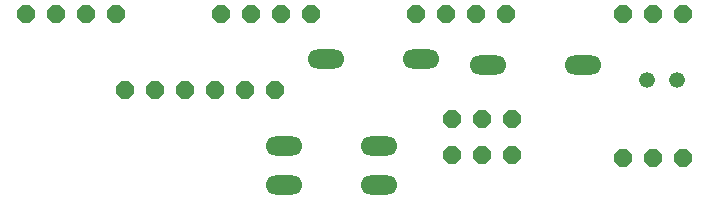
<source format=gbr>
%TF.GenerationSoftware,KiCad,Pcbnew,7.0.5*%
%TF.CreationDate,2023-09-06T09:40:42-04:00*%
%TF.ProjectId,NB1,4e42312e-6b69-4636-9164-5f7063625858,rev?*%
%TF.SameCoordinates,Original*%
%TF.FileFunction,Soldermask,Bot*%
%TF.FilePolarity,Negative*%
%FSLAX46Y46*%
G04 Gerber Fmt 4.6, Leading zero omitted, Abs format (unit mm)*
G04 Created by KiCad (PCBNEW 7.0.5) date 2023-09-06 09:40:42*
%MOMM*%
%LPD*%
G01*
G04 APERTURE LIST*
G04 Aperture macros list*
%AMFreePoly0*
4,1,17,0.324495,0.719901,0.719901,0.324495,0.738500,0.279594,0.738500,-0.279594,0.719901,-0.324495,0.324495,-0.719901,0.279594,-0.738500,-0.279594,-0.738500,-0.324495,-0.719901,-0.719901,-0.324495,-0.738500,-0.279594,-0.738500,0.279594,-0.719901,0.324495,-0.324495,0.719901,-0.279594,0.738500,0.279594,0.738500,0.324495,0.719901,0.324495,0.719901,$1*%
G04 Aperture macros list end*
%ADD10FreePoly0,0.000000*%
%ADD11C,1.327000*%
%ADD12O,3.127000X1.627000*%
G04 APERTURE END LIST*
D10*
%TO.C,U$3*%
X137452100Y-98653600D03*
X139992100Y-98653600D03*
X142532100Y-98653600D03*
X145072100Y-98653600D03*
%TD*%
%TO.C,U$4*%
X153962100Y-98653600D03*
X156502100Y-98653600D03*
X159042100Y-98653600D03*
X161582100Y-98653600D03*
%TD*%
D11*
%TO.C,U$12*%
X173520100Y-104241600D03*
X176060100Y-104241600D03*
%TD*%
D10*
%TO.C,U$2*%
X120942100Y-98653600D03*
X123482100Y-98653600D03*
X126022100Y-98653600D03*
X128562100Y-98653600D03*
%TD*%
%TO.C,U$5*%
X171488100Y-98653600D03*
X174028100Y-98653600D03*
X176568100Y-98653600D03*
%TD*%
%TO.C,U$7*%
X129324100Y-105130600D03*
X131864100Y-105130600D03*
X134404100Y-105130600D03*
X136944100Y-105130600D03*
X139484100Y-105130600D03*
X142024100Y-105130600D03*
%TD*%
%TO.C,U$8*%
X157010100Y-107543600D03*
X159550100Y-107543600D03*
X162090100Y-107543600D03*
%TD*%
D12*
%TO.C,U$10*%
X142850100Y-113131600D03*
X150850100Y-113131600D03*
%TD*%
%TO.C,U$11*%
X142850100Y-109829600D03*
X150850100Y-109829600D03*
%TD*%
D10*
%TO.C,U$9*%
X157010100Y-110591600D03*
X159550100Y-110591600D03*
X162090100Y-110591600D03*
%TD*%
D12*
%TO.C,U$13*%
X154406100Y-102463600D03*
X146406100Y-102463600D03*
%TD*%
D10*
%TO.C,U$6*%
X171488100Y-110845600D03*
X174028100Y-110845600D03*
X176568100Y-110845600D03*
%TD*%
D12*
%TO.C,U$1*%
X160122100Y-102971600D03*
X168122100Y-102971600D03*
%TD*%
M02*

</source>
